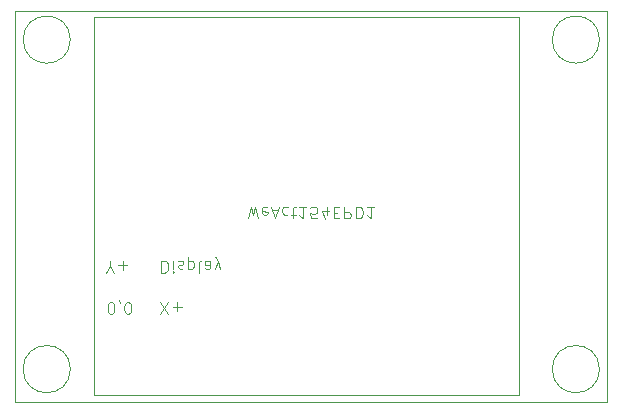
<source format=gbr>
%TF.GenerationSoftware,KiCad,Pcbnew,8.0.5*%
%TF.CreationDate,2024-10-20T20:04:23+02:00*%
%TF.ProjectId,weather,77656174-6865-4722-9e6b-696361645f70,rev?*%
%TF.SameCoordinates,Original*%
%TF.FileFunction,Legend,Bot*%
%TF.FilePolarity,Positive*%
%FSLAX46Y46*%
G04 Gerber Fmt 4.6, Leading zero omitted, Abs format (unit mm)*
G04 Created by KiCad (PCBNEW 8.0.5) date 2024-10-20 20:04:23*
%MOMM*%
%LPD*%
G01*
G04 APERTURE LIST*
%ADD10C,0.100000*%
G04 APERTURE END LIST*
D10*
X76142857Y-86042580D02*
X76380952Y-85042580D01*
X76380952Y-85042580D02*
X76571428Y-85756866D01*
X76571428Y-85756866D02*
X76761904Y-85042580D01*
X76761904Y-85042580D02*
X77000000Y-86042580D01*
X77761904Y-85090200D02*
X77666666Y-85042580D01*
X77666666Y-85042580D02*
X77476190Y-85042580D01*
X77476190Y-85042580D02*
X77380952Y-85090200D01*
X77380952Y-85090200D02*
X77333333Y-85185438D01*
X77333333Y-85185438D02*
X77333333Y-85566390D01*
X77333333Y-85566390D02*
X77380952Y-85661628D01*
X77380952Y-85661628D02*
X77476190Y-85709247D01*
X77476190Y-85709247D02*
X77666666Y-85709247D01*
X77666666Y-85709247D02*
X77761904Y-85661628D01*
X77761904Y-85661628D02*
X77809523Y-85566390D01*
X77809523Y-85566390D02*
X77809523Y-85471152D01*
X77809523Y-85471152D02*
X77333333Y-85375914D01*
X78190476Y-85328295D02*
X78666666Y-85328295D01*
X78095238Y-85042580D02*
X78428571Y-86042580D01*
X78428571Y-86042580D02*
X78761904Y-85042580D01*
X79523809Y-85090200D02*
X79428571Y-85042580D01*
X79428571Y-85042580D02*
X79238095Y-85042580D01*
X79238095Y-85042580D02*
X79142857Y-85090200D01*
X79142857Y-85090200D02*
X79095238Y-85137819D01*
X79095238Y-85137819D02*
X79047619Y-85233057D01*
X79047619Y-85233057D02*
X79047619Y-85518771D01*
X79047619Y-85518771D02*
X79095238Y-85614009D01*
X79095238Y-85614009D02*
X79142857Y-85661628D01*
X79142857Y-85661628D02*
X79238095Y-85709247D01*
X79238095Y-85709247D02*
X79428571Y-85709247D01*
X79428571Y-85709247D02*
X79523809Y-85661628D01*
X79809524Y-85709247D02*
X80190476Y-85709247D01*
X79952381Y-86042580D02*
X79952381Y-85185438D01*
X79952381Y-85185438D02*
X80000000Y-85090200D01*
X80000000Y-85090200D02*
X80095238Y-85042580D01*
X80095238Y-85042580D02*
X80190476Y-85042580D01*
X81047619Y-85042580D02*
X80476191Y-85042580D01*
X80761905Y-85042580D02*
X80761905Y-86042580D01*
X80761905Y-86042580D02*
X80666667Y-85899723D01*
X80666667Y-85899723D02*
X80571429Y-85804485D01*
X80571429Y-85804485D02*
X80476191Y-85756866D01*
X81952381Y-86042580D02*
X81476191Y-86042580D01*
X81476191Y-86042580D02*
X81428572Y-85566390D01*
X81428572Y-85566390D02*
X81476191Y-85614009D01*
X81476191Y-85614009D02*
X81571429Y-85661628D01*
X81571429Y-85661628D02*
X81809524Y-85661628D01*
X81809524Y-85661628D02*
X81904762Y-85614009D01*
X81904762Y-85614009D02*
X81952381Y-85566390D01*
X81952381Y-85566390D02*
X82000000Y-85471152D01*
X82000000Y-85471152D02*
X82000000Y-85233057D01*
X82000000Y-85233057D02*
X81952381Y-85137819D01*
X81952381Y-85137819D02*
X81904762Y-85090200D01*
X81904762Y-85090200D02*
X81809524Y-85042580D01*
X81809524Y-85042580D02*
X81571429Y-85042580D01*
X81571429Y-85042580D02*
X81476191Y-85090200D01*
X81476191Y-85090200D02*
X81428572Y-85137819D01*
X82857143Y-85709247D02*
X82857143Y-85042580D01*
X82619048Y-86090200D02*
X82380953Y-85375914D01*
X82380953Y-85375914D02*
X83000000Y-85375914D01*
X83380953Y-85566390D02*
X83714286Y-85566390D01*
X83857143Y-85042580D02*
X83380953Y-85042580D01*
X83380953Y-85042580D02*
X83380953Y-86042580D01*
X83380953Y-86042580D02*
X83857143Y-86042580D01*
X84285715Y-85042580D02*
X84285715Y-86042580D01*
X84285715Y-86042580D02*
X84666667Y-86042580D01*
X84666667Y-86042580D02*
X84761905Y-85994961D01*
X84761905Y-85994961D02*
X84809524Y-85947342D01*
X84809524Y-85947342D02*
X84857143Y-85852104D01*
X84857143Y-85852104D02*
X84857143Y-85709247D01*
X84857143Y-85709247D02*
X84809524Y-85614009D01*
X84809524Y-85614009D02*
X84761905Y-85566390D01*
X84761905Y-85566390D02*
X84666667Y-85518771D01*
X84666667Y-85518771D02*
X84285715Y-85518771D01*
X85285715Y-85042580D02*
X85285715Y-86042580D01*
X85285715Y-86042580D02*
X85523810Y-86042580D01*
X85523810Y-86042580D02*
X85666667Y-85994961D01*
X85666667Y-85994961D02*
X85761905Y-85899723D01*
X85761905Y-85899723D02*
X85809524Y-85804485D01*
X85809524Y-85804485D02*
X85857143Y-85614009D01*
X85857143Y-85614009D02*
X85857143Y-85471152D01*
X85857143Y-85471152D02*
X85809524Y-85280676D01*
X85809524Y-85280676D02*
X85761905Y-85185438D01*
X85761905Y-85185438D02*
X85666667Y-85090200D01*
X85666667Y-85090200D02*
X85523810Y-85042580D01*
X85523810Y-85042580D02*
X85285715Y-85042580D01*
X86809524Y-85042580D02*
X86238096Y-85042580D01*
X86523810Y-85042580D02*
X86523810Y-86042580D01*
X86523810Y-86042580D02*
X86428572Y-85899723D01*
X86428572Y-85899723D02*
X86333334Y-85804485D01*
X86333334Y-85804485D02*
X86238096Y-85756866D01*
X64494360Y-94127580D02*
X64589598Y-94127580D01*
X64589598Y-94127580D02*
X64684836Y-94079961D01*
X64684836Y-94079961D02*
X64732455Y-94032342D01*
X64732455Y-94032342D02*
X64780074Y-93937104D01*
X64780074Y-93937104D02*
X64827693Y-93746628D01*
X64827693Y-93746628D02*
X64827693Y-93508533D01*
X64827693Y-93508533D02*
X64780074Y-93318057D01*
X64780074Y-93318057D02*
X64732455Y-93222819D01*
X64732455Y-93222819D02*
X64684836Y-93175200D01*
X64684836Y-93175200D02*
X64589598Y-93127580D01*
X64589598Y-93127580D02*
X64494360Y-93127580D01*
X64494360Y-93127580D02*
X64399122Y-93175200D01*
X64399122Y-93175200D02*
X64351503Y-93222819D01*
X64351503Y-93222819D02*
X64303884Y-93318057D01*
X64303884Y-93318057D02*
X64256265Y-93508533D01*
X64256265Y-93508533D02*
X64256265Y-93746628D01*
X64256265Y-93746628D02*
X64303884Y-93937104D01*
X64303884Y-93937104D02*
X64351503Y-94032342D01*
X64351503Y-94032342D02*
X64399122Y-94079961D01*
X64399122Y-94079961D02*
X64494360Y-94127580D01*
X65303884Y-93175200D02*
X65303884Y-93127580D01*
X65303884Y-93127580D02*
X65256265Y-93032342D01*
X65256265Y-93032342D02*
X65208646Y-92984723D01*
X65922931Y-94127580D02*
X66018169Y-94127580D01*
X66018169Y-94127580D02*
X66113407Y-94079961D01*
X66113407Y-94079961D02*
X66161026Y-94032342D01*
X66161026Y-94032342D02*
X66208645Y-93937104D01*
X66208645Y-93937104D02*
X66256264Y-93746628D01*
X66256264Y-93746628D02*
X66256264Y-93508533D01*
X66256264Y-93508533D02*
X66208645Y-93318057D01*
X66208645Y-93318057D02*
X66161026Y-93222819D01*
X66161026Y-93222819D02*
X66113407Y-93175200D01*
X66113407Y-93175200D02*
X66018169Y-93127580D01*
X66018169Y-93127580D02*
X65922931Y-93127580D01*
X65922931Y-93127580D02*
X65827693Y-93175200D01*
X65827693Y-93175200D02*
X65780074Y-93222819D01*
X65780074Y-93222819D02*
X65732455Y-93318057D01*
X65732455Y-93318057D02*
X65684836Y-93508533D01*
X65684836Y-93508533D02*
X65684836Y-93746628D01*
X65684836Y-93746628D02*
X65732455Y-93937104D01*
X65732455Y-93937104D02*
X65780074Y-94032342D01*
X65780074Y-94032342D02*
X65827693Y-94079961D01*
X65827693Y-94079961D02*
X65922931Y-94127580D01*
X68803884Y-89627580D02*
X68803884Y-90627580D01*
X68803884Y-90627580D02*
X69041979Y-90627580D01*
X69041979Y-90627580D02*
X69184836Y-90579961D01*
X69184836Y-90579961D02*
X69280074Y-90484723D01*
X69280074Y-90484723D02*
X69327693Y-90389485D01*
X69327693Y-90389485D02*
X69375312Y-90199009D01*
X69375312Y-90199009D02*
X69375312Y-90056152D01*
X69375312Y-90056152D02*
X69327693Y-89865676D01*
X69327693Y-89865676D02*
X69280074Y-89770438D01*
X69280074Y-89770438D02*
X69184836Y-89675200D01*
X69184836Y-89675200D02*
X69041979Y-89627580D01*
X69041979Y-89627580D02*
X68803884Y-89627580D01*
X69803884Y-89627580D02*
X69803884Y-90294247D01*
X69803884Y-90627580D02*
X69756265Y-90579961D01*
X69756265Y-90579961D02*
X69803884Y-90532342D01*
X69803884Y-90532342D02*
X69851503Y-90579961D01*
X69851503Y-90579961D02*
X69803884Y-90627580D01*
X69803884Y-90627580D02*
X69803884Y-90532342D01*
X70232455Y-89675200D02*
X70327693Y-89627580D01*
X70327693Y-89627580D02*
X70518169Y-89627580D01*
X70518169Y-89627580D02*
X70613407Y-89675200D01*
X70613407Y-89675200D02*
X70661026Y-89770438D01*
X70661026Y-89770438D02*
X70661026Y-89818057D01*
X70661026Y-89818057D02*
X70613407Y-89913295D01*
X70613407Y-89913295D02*
X70518169Y-89960914D01*
X70518169Y-89960914D02*
X70375312Y-89960914D01*
X70375312Y-89960914D02*
X70280074Y-90008533D01*
X70280074Y-90008533D02*
X70232455Y-90103771D01*
X70232455Y-90103771D02*
X70232455Y-90151390D01*
X70232455Y-90151390D02*
X70280074Y-90246628D01*
X70280074Y-90246628D02*
X70375312Y-90294247D01*
X70375312Y-90294247D02*
X70518169Y-90294247D01*
X70518169Y-90294247D02*
X70613407Y-90246628D01*
X71089598Y-90294247D02*
X71089598Y-89294247D01*
X71089598Y-90246628D02*
X71184836Y-90294247D01*
X71184836Y-90294247D02*
X71375312Y-90294247D01*
X71375312Y-90294247D02*
X71470550Y-90246628D01*
X71470550Y-90246628D02*
X71518169Y-90199009D01*
X71518169Y-90199009D02*
X71565788Y-90103771D01*
X71565788Y-90103771D02*
X71565788Y-89818057D01*
X71565788Y-89818057D02*
X71518169Y-89722819D01*
X71518169Y-89722819D02*
X71470550Y-89675200D01*
X71470550Y-89675200D02*
X71375312Y-89627580D01*
X71375312Y-89627580D02*
X71184836Y-89627580D01*
X71184836Y-89627580D02*
X71089598Y-89675200D01*
X72137217Y-89627580D02*
X72041979Y-89675200D01*
X72041979Y-89675200D02*
X71994360Y-89770438D01*
X71994360Y-89770438D02*
X71994360Y-90627580D01*
X72946741Y-89627580D02*
X72946741Y-90151390D01*
X72946741Y-90151390D02*
X72899122Y-90246628D01*
X72899122Y-90246628D02*
X72803884Y-90294247D01*
X72803884Y-90294247D02*
X72613408Y-90294247D01*
X72613408Y-90294247D02*
X72518170Y-90246628D01*
X72946741Y-89675200D02*
X72851503Y-89627580D01*
X72851503Y-89627580D02*
X72613408Y-89627580D01*
X72613408Y-89627580D02*
X72518170Y-89675200D01*
X72518170Y-89675200D02*
X72470551Y-89770438D01*
X72470551Y-89770438D02*
X72470551Y-89865676D01*
X72470551Y-89865676D02*
X72518170Y-89960914D01*
X72518170Y-89960914D02*
X72613408Y-90008533D01*
X72613408Y-90008533D02*
X72851503Y-90008533D01*
X72851503Y-90008533D02*
X72946741Y-90056152D01*
X73327694Y-90294247D02*
X73565789Y-89627580D01*
X73803884Y-90294247D02*
X73565789Y-89627580D01*
X73565789Y-89627580D02*
X73470551Y-89389485D01*
X73470551Y-89389485D02*
X73422932Y-89341866D01*
X73422932Y-89341866D02*
X73327694Y-89294247D01*
X64494360Y-90103771D02*
X64494360Y-89627580D01*
X64161027Y-90627580D02*
X64494360Y-90103771D01*
X64494360Y-90103771D02*
X64827693Y-90627580D01*
X65161027Y-90008533D02*
X65922932Y-90008533D01*
X65541979Y-89627580D02*
X65541979Y-90389485D01*
X68708646Y-94127580D02*
X69375312Y-93127580D01*
X69375312Y-94127580D02*
X68708646Y-93127580D01*
X69756265Y-93508533D02*
X70518170Y-93508533D01*
X70137217Y-93127580D02*
X70137217Y-93889485D01*
%TO.C,WeAct154EPD1*%
X56450000Y-101550000D02*
X106550000Y-101550000D01*
X106550000Y-68450000D01*
X56450000Y-68450000D01*
X56450000Y-101550000D01*
X63100000Y-101000000D02*
X99100000Y-101000000D01*
X99100000Y-69000000D01*
X63100000Y-69000000D01*
X63100000Y-101000000D01*
X61100000Y-70900000D02*
G75*
G02*
X57100000Y-70900000I-2000000J0D01*
G01*
X57100000Y-70900000D02*
G75*
G02*
X61100000Y-70900000I2000000J0D01*
G01*
X61100000Y-98800000D02*
G75*
G02*
X57100000Y-98800000I-2000000J0D01*
G01*
X57100000Y-98800000D02*
G75*
G02*
X61100000Y-98800000I2000000J0D01*
G01*
X105900000Y-70900000D02*
G75*
G02*
X101900000Y-70900000I-2000000J0D01*
G01*
X101900000Y-70900000D02*
G75*
G02*
X105900000Y-70900000I2000000J0D01*
G01*
X105900000Y-98800000D02*
G75*
G02*
X101900000Y-98800000I-2000000J0D01*
G01*
X101900000Y-98800000D02*
G75*
G02*
X105900000Y-98800000I2000000J0D01*
G01*
%TD*%
M02*

</source>
